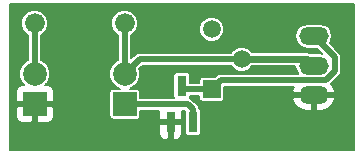
<source format=gbr>
G04 #@! TF.FileFunction,Copper,L2,Bot,Signal*
%FSLAX46Y46*%
G04 Gerber Fmt 4.6, Leading zero omitted, Abs format (unit mm)*
G04 Created by KiCad (PCBNEW 4.0.1-stable) date 2016/02/12 11:32:30*
%MOMM*%
G01*
G04 APERTURE LIST*
%ADD10C,0.100000*%
%ADD11R,2.000000X2.000000*%
%ADD12C,2.000000*%
%ADD13O,2.500000X1.500000*%
%ADD14R,0.800100X1.800860*%
%ADD15C,1.676400*%
%ADD16C,1.510000*%
%ADD17R,1.510000X1.510000*%
%ADD18C,0.500000*%
%ADD19C,0.600000*%
%ADD20C,0.200000*%
G04 APERTURE END LIST*
D10*
D11*
X129032000Y-95504000D03*
D12*
X129032000Y-92964000D03*
D11*
X136652000Y-95504000D03*
D12*
X136652000Y-92964000D03*
D13*
X152654000Y-94742000D03*
X152654000Y-92242000D03*
X152654000Y-89742000D03*
D14*
X142428000Y-97005140D03*
X140528000Y-97005140D03*
X141478000Y-94002860D03*
D15*
X136652000Y-88646000D03*
X129032000Y-88646000D03*
D16*
X144018000Y-89154000D03*
D17*
X144018000Y-94234000D03*
D16*
X146558000Y-91694000D03*
D18*
X129032000Y-95504000D02*
X129032000Y-98044000D01*
X129794000Y-98806000D02*
X140528000Y-98806000D01*
X129032000Y-98044000D02*
X129794000Y-98806000D01*
X140528000Y-98806000D02*
X151384000Y-98806000D01*
X152654000Y-97536000D02*
X152654000Y-94742000D01*
X151384000Y-98806000D02*
X152654000Y-97536000D01*
X140528000Y-97005140D02*
X140528000Y-98806000D01*
X129032000Y-88646000D02*
X129032000Y-92964000D01*
X136652000Y-95504000D02*
X138430000Y-95504000D01*
X142428000Y-95946000D02*
X141986000Y-95504000D01*
X141986000Y-95504000D02*
X138430000Y-95504000D01*
X142428000Y-95946000D02*
X142428000Y-97005140D01*
X146558000Y-91694000D02*
X137922000Y-91694000D01*
X137922000Y-91694000D02*
X136652000Y-92964000D01*
X136652000Y-88646000D02*
X136652000Y-92964000D01*
D19*
X146558000Y-91694000D02*
X152106000Y-91694000D01*
X152106000Y-91694000D02*
X152654000Y-92242000D01*
D18*
X144018000Y-94234000D02*
X141709140Y-94234000D01*
X141709140Y-94234000D02*
X141478000Y-94002860D01*
X152654000Y-89742000D02*
X154432000Y-91520000D01*
X144780000Y-93472000D02*
X144018000Y-94234000D01*
X153670000Y-93472000D02*
X144780000Y-93472000D01*
X154432000Y-92710000D02*
X153670000Y-93472000D01*
X154432000Y-91520000D02*
X154432000Y-92710000D01*
D19*
X143786860Y-94002860D02*
X144018000Y-94234000D01*
X144018000Y-94234000D02*
X143995140Y-94256860D01*
D20*
G36*
X156035000Y-99393000D02*
X126921000Y-99393000D01*
X126921000Y-97311140D01*
X139519950Y-97311140D01*
X139519950Y-98026508D01*
X139612512Y-98249974D01*
X139783545Y-98421007D01*
X140007011Y-98513570D01*
X140222000Y-98513570D01*
X140374000Y-98361570D01*
X140374000Y-97159140D01*
X140682000Y-97159140D01*
X140682000Y-98361570D01*
X140834000Y-98513570D01*
X141048989Y-98513570D01*
X141272455Y-98421007D01*
X141443488Y-98249974D01*
X141536050Y-98026508D01*
X141536050Y-97311140D01*
X141384050Y-97159140D01*
X140682000Y-97159140D01*
X140374000Y-97159140D01*
X139671950Y-97159140D01*
X139519950Y-97311140D01*
X126921000Y-97311140D01*
X126921000Y-95810000D01*
X127424000Y-95810000D01*
X127424000Y-96624938D01*
X127516562Y-96848404D01*
X127687595Y-97019437D01*
X127911061Y-97112000D01*
X128726000Y-97112000D01*
X128878000Y-96960000D01*
X128878000Y-95658000D01*
X129186000Y-95658000D01*
X129186000Y-96960000D01*
X129338000Y-97112000D01*
X130152939Y-97112000D01*
X130376405Y-97019437D01*
X130547438Y-96848404D01*
X130640000Y-96624938D01*
X130640000Y-95810000D01*
X130488000Y-95658000D01*
X129186000Y-95658000D01*
X128878000Y-95658000D01*
X127576000Y-95658000D01*
X127424000Y-95810000D01*
X126921000Y-95810000D01*
X126921000Y-94383062D01*
X127424000Y-94383062D01*
X127424000Y-95198000D01*
X127576000Y-95350000D01*
X128878000Y-95350000D01*
X128878000Y-95330000D01*
X129186000Y-95330000D01*
X129186000Y-95350000D01*
X130488000Y-95350000D01*
X130640000Y-95198000D01*
X130640000Y-94504000D01*
X135346123Y-94504000D01*
X135346123Y-96504000D01*
X135367042Y-96615173D01*
X135432745Y-96717279D01*
X135532997Y-96785778D01*
X135652000Y-96809877D01*
X137652000Y-96809877D01*
X137763173Y-96788958D01*
X137865279Y-96723255D01*
X137933778Y-96623003D01*
X137957877Y-96504000D01*
X137957877Y-96054000D01*
X139519950Y-96054000D01*
X139519950Y-96699140D01*
X139671950Y-96851140D01*
X140374000Y-96851140D01*
X140374000Y-96831140D01*
X140682000Y-96831140D01*
X140682000Y-96851140D01*
X141384050Y-96851140D01*
X141536050Y-96699140D01*
X141536050Y-96054000D01*
X141732342Y-96054000D01*
X141722073Y-96104710D01*
X141722073Y-97905570D01*
X141742992Y-98016743D01*
X141808695Y-98118849D01*
X141908947Y-98187348D01*
X142027950Y-98211447D01*
X142828050Y-98211447D01*
X142939223Y-98190528D01*
X143041329Y-98124825D01*
X143109828Y-98024573D01*
X143133927Y-97905570D01*
X143133927Y-96104710D01*
X143113008Y-95993537D01*
X143047305Y-95891431D01*
X142954538Y-95828046D01*
X142936134Y-95735524D01*
X142816909Y-95557091D01*
X142816906Y-95557089D01*
X142374909Y-95115091D01*
X142196476Y-94995866D01*
X142166391Y-94989882D01*
X142183927Y-94903290D01*
X142183927Y-94784000D01*
X142957123Y-94784000D01*
X142957123Y-94989000D01*
X142978042Y-95100173D01*
X143043745Y-95202279D01*
X143143997Y-95270778D01*
X143263000Y-95294877D01*
X144773000Y-95294877D01*
X144884173Y-95273958D01*
X144986279Y-95208255D01*
X145054778Y-95108003D01*
X145055351Y-95105172D01*
X150845462Y-95105172D01*
X151084854Y-95593356D01*
X151492038Y-95937695D01*
X152000000Y-96100000D01*
X152500000Y-96100000D01*
X152500000Y-94896000D01*
X152808000Y-94896000D01*
X152808000Y-96100000D01*
X153308000Y-96100000D01*
X153815962Y-95937695D01*
X154223146Y-95593356D01*
X154462538Y-95105172D01*
X154350127Y-94896000D01*
X152808000Y-94896000D01*
X152500000Y-94896000D01*
X150957873Y-94896000D01*
X150845462Y-95105172D01*
X145055351Y-95105172D01*
X145078877Y-94989000D01*
X145078877Y-94022000D01*
X151020441Y-94022000D01*
X150845462Y-94378828D01*
X150957873Y-94588000D01*
X152500000Y-94588000D01*
X152500000Y-94568000D01*
X152808000Y-94568000D01*
X152808000Y-94588000D01*
X154350127Y-94588000D01*
X154462538Y-94378828D01*
X154223146Y-93890644D01*
X154118050Y-93801768D01*
X154820909Y-93098909D01*
X154940134Y-92920476D01*
X154982001Y-92710000D01*
X154982000Y-92709995D01*
X154982000Y-91520005D01*
X154982001Y-91520000D01*
X154940134Y-91309524D01*
X154820909Y-91131091D01*
X154025944Y-90336126D01*
X154154440Y-90143818D01*
X154234366Y-89742000D01*
X154154440Y-89340182D01*
X153926828Y-88999538D01*
X153586184Y-88771926D01*
X153184366Y-88692000D01*
X152123634Y-88692000D01*
X151721816Y-88771926D01*
X151381172Y-88999538D01*
X151153560Y-89340182D01*
X151073634Y-89742000D01*
X151153560Y-90143818D01*
X151381172Y-90484462D01*
X151721816Y-90712074D01*
X152123634Y-90792000D01*
X152926182Y-90792000D01*
X153361395Y-91227213D01*
X153184366Y-91192000D01*
X152413924Y-91192000D01*
X152335610Y-91139672D01*
X152106000Y-91094000D01*
X147449742Y-91094000D01*
X147156390Y-90800136D01*
X146768773Y-90639183D01*
X146349068Y-90638817D01*
X145961171Y-90799093D01*
X145664136Y-91095610D01*
X145644043Y-91144000D01*
X137922000Y-91144000D01*
X137711524Y-91185866D01*
X137533091Y-91305091D01*
X137202000Y-91636182D01*
X137202000Y-89650279D01*
X137295896Y-89611482D01*
X137544881Y-89362932D01*
X142962817Y-89362932D01*
X143123093Y-89750829D01*
X143419610Y-90047864D01*
X143807227Y-90208817D01*
X144226932Y-90209183D01*
X144614829Y-90048907D01*
X144911864Y-89752390D01*
X145072817Y-89364773D01*
X145073183Y-88945068D01*
X144912907Y-88557171D01*
X144616390Y-88260136D01*
X144228773Y-88099183D01*
X143809068Y-88098817D01*
X143421171Y-88259093D01*
X143124136Y-88555610D01*
X142963183Y-88943227D01*
X142962817Y-89362932D01*
X137544881Y-89362932D01*
X137616357Y-89291581D01*
X137790002Y-88873395D01*
X137790397Y-88420591D01*
X137617482Y-88002104D01*
X137297581Y-87681643D01*
X136879395Y-87507998D01*
X136426591Y-87507603D01*
X136008104Y-87680518D01*
X135687643Y-88000419D01*
X135513998Y-88418605D01*
X135513603Y-88871409D01*
X135686518Y-89289896D01*
X136006419Y-89610357D01*
X136102000Y-89650045D01*
X136102000Y-91784653D01*
X135916571Y-91861271D01*
X135550556Y-92226647D01*
X135352226Y-92704279D01*
X135351774Y-93221452D01*
X135549271Y-93699429D01*
X135914647Y-94065444D01*
X136234174Y-94198123D01*
X135652000Y-94198123D01*
X135540827Y-94219042D01*
X135438721Y-94284745D01*
X135370222Y-94384997D01*
X135346123Y-94504000D01*
X130640000Y-94504000D01*
X130640000Y-94383062D01*
X130547438Y-94159596D01*
X130376405Y-93988563D01*
X130152939Y-93896000D01*
X129938457Y-93896000D01*
X130133444Y-93701353D01*
X130331774Y-93223721D01*
X130332226Y-92706548D01*
X130134729Y-92228571D01*
X129769353Y-91862556D01*
X129582000Y-91784760D01*
X129582000Y-89650279D01*
X129675896Y-89611482D01*
X129996357Y-89291581D01*
X130170002Y-88873395D01*
X130170397Y-88420591D01*
X129997482Y-88002104D01*
X129677581Y-87681643D01*
X129259395Y-87507998D01*
X128806591Y-87507603D01*
X128388104Y-87680518D01*
X128067643Y-88000419D01*
X127893998Y-88418605D01*
X127893603Y-88871409D01*
X128066518Y-89289896D01*
X128386419Y-89610357D01*
X128482000Y-89650045D01*
X128482000Y-91784653D01*
X128296571Y-91861271D01*
X127930556Y-92226647D01*
X127732226Y-92704279D01*
X127731774Y-93221452D01*
X127929271Y-93699429D01*
X128125499Y-93896000D01*
X127911061Y-93896000D01*
X127687595Y-93988563D01*
X127516562Y-94159596D01*
X127424000Y-94383062D01*
X126921000Y-94383062D01*
X126921000Y-87043000D01*
X156035000Y-87043000D01*
X156035000Y-99393000D01*
X156035000Y-99393000D01*
G37*
X156035000Y-99393000D02*
X126921000Y-99393000D01*
X126921000Y-97311140D01*
X139519950Y-97311140D01*
X139519950Y-98026508D01*
X139612512Y-98249974D01*
X139783545Y-98421007D01*
X140007011Y-98513570D01*
X140222000Y-98513570D01*
X140374000Y-98361570D01*
X140374000Y-97159140D01*
X140682000Y-97159140D01*
X140682000Y-98361570D01*
X140834000Y-98513570D01*
X141048989Y-98513570D01*
X141272455Y-98421007D01*
X141443488Y-98249974D01*
X141536050Y-98026508D01*
X141536050Y-97311140D01*
X141384050Y-97159140D01*
X140682000Y-97159140D01*
X140374000Y-97159140D01*
X139671950Y-97159140D01*
X139519950Y-97311140D01*
X126921000Y-97311140D01*
X126921000Y-95810000D01*
X127424000Y-95810000D01*
X127424000Y-96624938D01*
X127516562Y-96848404D01*
X127687595Y-97019437D01*
X127911061Y-97112000D01*
X128726000Y-97112000D01*
X128878000Y-96960000D01*
X128878000Y-95658000D01*
X129186000Y-95658000D01*
X129186000Y-96960000D01*
X129338000Y-97112000D01*
X130152939Y-97112000D01*
X130376405Y-97019437D01*
X130547438Y-96848404D01*
X130640000Y-96624938D01*
X130640000Y-95810000D01*
X130488000Y-95658000D01*
X129186000Y-95658000D01*
X128878000Y-95658000D01*
X127576000Y-95658000D01*
X127424000Y-95810000D01*
X126921000Y-95810000D01*
X126921000Y-94383062D01*
X127424000Y-94383062D01*
X127424000Y-95198000D01*
X127576000Y-95350000D01*
X128878000Y-95350000D01*
X128878000Y-95330000D01*
X129186000Y-95330000D01*
X129186000Y-95350000D01*
X130488000Y-95350000D01*
X130640000Y-95198000D01*
X130640000Y-94504000D01*
X135346123Y-94504000D01*
X135346123Y-96504000D01*
X135367042Y-96615173D01*
X135432745Y-96717279D01*
X135532997Y-96785778D01*
X135652000Y-96809877D01*
X137652000Y-96809877D01*
X137763173Y-96788958D01*
X137865279Y-96723255D01*
X137933778Y-96623003D01*
X137957877Y-96504000D01*
X137957877Y-96054000D01*
X139519950Y-96054000D01*
X139519950Y-96699140D01*
X139671950Y-96851140D01*
X140374000Y-96851140D01*
X140374000Y-96831140D01*
X140682000Y-96831140D01*
X140682000Y-96851140D01*
X141384050Y-96851140D01*
X141536050Y-96699140D01*
X141536050Y-96054000D01*
X141732342Y-96054000D01*
X141722073Y-96104710D01*
X141722073Y-97905570D01*
X141742992Y-98016743D01*
X141808695Y-98118849D01*
X141908947Y-98187348D01*
X142027950Y-98211447D01*
X142828050Y-98211447D01*
X142939223Y-98190528D01*
X143041329Y-98124825D01*
X143109828Y-98024573D01*
X143133927Y-97905570D01*
X143133927Y-96104710D01*
X143113008Y-95993537D01*
X143047305Y-95891431D01*
X142954538Y-95828046D01*
X142936134Y-95735524D01*
X142816909Y-95557091D01*
X142816906Y-95557089D01*
X142374909Y-95115091D01*
X142196476Y-94995866D01*
X142166391Y-94989882D01*
X142183927Y-94903290D01*
X142183927Y-94784000D01*
X142957123Y-94784000D01*
X142957123Y-94989000D01*
X142978042Y-95100173D01*
X143043745Y-95202279D01*
X143143997Y-95270778D01*
X143263000Y-95294877D01*
X144773000Y-95294877D01*
X144884173Y-95273958D01*
X144986279Y-95208255D01*
X145054778Y-95108003D01*
X145055351Y-95105172D01*
X150845462Y-95105172D01*
X151084854Y-95593356D01*
X151492038Y-95937695D01*
X152000000Y-96100000D01*
X152500000Y-96100000D01*
X152500000Y-94896000D01*
X152808000Y-94896000D01*
X152808000Y-96100000D01*
X153308000Y-96100000D01*
X153815962Y-95937695D01*
X154223146Y-95593356D01*
X154462538Y-95105172D01*
X154350127Y-94896000D01*
X152808000Y-94896000D01*
X152500000Y-94896000D01*
X150957873Y-94896000D01*
X150845462Y-95105172D01*
X145055351Y-95105172D01*
X145078877Y-94989000D01*
X145078877Y-94022000D01*
X151020441Y-94022000D01*
X150845462Y-94378828D01*
X150957873Y-94588000D01*
X152500000Y-94588000D01*
X152500000Y-94568000D01*
X152808000Y-94568000D01*
X152808000Y-94588000D01*
X154350127Y-94588000D01*
X154462538Y-94378828D01*
X154223146Y-93890644D01*
X154118050Y-93801768D01*
X154820909Y-93098909D01*
X154940134Y-92920476D01*
X154982001Y-92710000D01*
X154982000Y-92709995D01*
X154982000Y-91520005D01*
X154982001Y-91520000D01*
X154940134Y-91309524D01*
X154820909Y-91131091D01*
X154025944Y-90336126D01*
X154154440Y-90143818D01*
X154234366Y-89742000D01*
X154154440Y-89340182D01*
X153926828Y-88999538D01*
X153586184Y-88771926D01*
X153184366Y-88692000D01*
X152123634Y-88692000D01*
X151721816Y-88771926D01*
X151381172Y-88999538D01*
X151153560Y-89340182D01*
X151073634Y-89742000D01*
X151153560Y-90143818D01*
X151381172Y-90484462D01*
X151721816Y-90712074D01*
X152123634Y-90792000D01*
X152926182Y-90792000D01*
X153361395Y-91227213D01*
X153184366Y-91192000D01*
X152413924Y-91192000D01*
X152335610Y-91139672D01*
X152106000Y-91094000D01*
X147449742Y-91094000D01*
X147156390Y-90800136D01*
X146768773Y-90639183D01*
X146349068Y-90638817D01*
X145961171Y-90799093D01*
X145664136Y-91095610D01*
X145644043Y-91144000D01*
X137922000Y-91144000D01*
X137711524Y-91185866D01*
X137533091Y-91305091D01*
X137202000Y-91636182D01*
X137202000Y-89650279D01*
X137295896Y-89611482D01*
X137544881Y-89362932D01*
X142962817Y-89362932D01*
X143123093Y-89750829D01*
X143419610Y-90047864D01*
X143807227Y-90208817D01*
X144226932Y-90209183D01*
X144614829Y-90048907D01*
X144911864Y-89752390D01*
X145072817Y-89364773D01*
X145073183Y-88945068D01*
X144912907Y-88557171D01*
X144616390Y-88260136D01*
X144228773Y-88099183D01*
X143809068Y-88098817D01*
X143421171Y-88259093D01*
X143124136Y-88555610D01*
X142963183Y-88943227D01*
X142962817Y-89362932D01*
X137544881Y-89362932D01*
X137616357Y-89291581D01*
X137790002Y-88873395D01*
X137790397Y-88420591D01*
X137617482Y-88002104D01*
X137297581Y-87681643D01*
X136879395Y-87507998D01*
X136426591Y-87507603D01*
X136008104Y-87680518D01*
X135687643Y-88000419D01*
X135513998Y-88418605D01*
X135513603Y-88871409D01*
X135686518Y-89289896D01*
X136006419Y-89610357D01*
X136102000Y-89650045D01*
X136102000Y-91784653D01*
X135916571Y-91861271D01*
X135550556Y-92226647D01*
X135352226Y-92704279D01*
X135351774Y-93221452D01*
X135549271Y-93699429D01*
X135914647Y-94065444D01*
X136234174Y-94198123D01*
X135652000Y-94198123D01*
X135540827Y-94219042D01*
X135438721Y-94284745D01*
X135370222Y-94384997D01*
X135346123Y-94504000D01*
X130640000Y-94504000D01*
X130640000Y-94383062D01*
X130547438Y-94159596D01*
X130376405Y-93988563D01*
X130152939Y-93896000D01*
X129938457Y-93896000D01*
X130133444Y-93701353D01*
X130331774Y-93223721D01*
X130332226Y-92706548D01*
X130134729Y-92228571D01*
X129769353Y-91862556D01*
X129582000Y-91784760D01*
X129582000Y-89650279D01*
X129675896Y-89611482D01*
X129996357Y-89291581D01*
X130170002Y-88873395D01*
X130170397Y-88420591D01*
X129997482Y-88002104D01*
X129677581Y-87681643D01*
X129259395Y-87507998D01*
X128806591Y-87507603D01*
X128388104Y-87680518D01*
X128067643Y-88000419D01*
X127893998Y-88418605D01*
X127893603Y-88871409D01*
X128066518Y-89289896D01*
X128386419Y-89610357D01*
X128482000Y-89650045D01*
X128482000Y-91784653D01*
X128296571Y-91861271D01*
X127930556Y-92226647D01*
X127732226Y-92704279D01*
X127731774Y-93221452D01*
X127929271Y-93699429D01*
X128125499Y-93896000D01*
X127911061Y-93896000D01*
X127687595Y-93988563D01*
X127516562Y-94159596D01*
X127424000Y-94383062D01*
X126921000Y-94383062D01*
X126921000Y-87043000D01*
X156035000Y-87043000D01*
X156035000Y-99393000D01*
G36*
X145663093Y-92290829D02*
X145959610Y-92587864D01*
X146347227Y-92748817D01*
X146766932Y-92749183D01*
X147154829Y-92588907D01*
X147450251Y-92294000D01*
X151083977Y-92294000D01*
X151153560Y-92643818D01*
X151284000Y-92839034D01*
X151284000Y-92922000D01*
X144780005Y-92922000D01*
X144780000Y-92921999D01*
X144569524Y-92963866D01*
X144391091Y-93083091D01*
X144301059Y-93173123D01*
X143263000Y-93173123D01*
X143151827Y-93194042D01*
X143049721Y-93259745D01*
X142981222Y-93359997D01*
X142957123Y-93479000D01*
X142957123Y-93684000D01*
X142183927Y-93684000D01*
X142183927Y-93102430D01*
X142163008Y-92991257D01*
X142097305Y-92889151D01*
X141997053Y-92820652D01*
X141878050Y-92796553D01*
X141077950Y-92796553D01*
X140966777Y-92817472D01*
X140864671Y-92883175D01*
X140796172Y-92983427D01*
X140772073Y-93102430D01*
X140772073Y-94903290D01*
X140781615Y-94954000D01*
X137957877Y-94954000D01*
X137957877Y-94504000D01*
X137936958Y-94392827D01*
X137871255Y-94290721D01*
X137771003Y-94222222D01*
X137652000Y-94198123D01*
X137069433Y-94198123D01*
X137387429Y-94066729D01*
X137753444Y-93701353D01*
X137951774Y-93223721D01*
X137952226Y-92706548D01*
X137874757Y-92519061D01*
X138149818Y-92244000D01*
X145643744Y-92244000D01*
X145663093Y-92290829D01*
X145663093Y-92290829D01*
G37*
X145663093Y-92290829D02*
X145959610Y-92587864D01*
X146347227Y-92748817D01*
X146766932Y-92749183D01*
X147154829Y-92588907D01*
X147450251Y-92294000D01*
X151083977Y-92294000D01*
X151153560Y-92643818D01*
X151284000Y-92839034D01*
X151284000Y-92922000D01*
X144780005Y-92922000D01*
X144780000Y-92921999D01*
X144569524Y-92963866D01*
X144391091Y-93083091D01*
X144301059Y-93173123D01*
X143263000Y-93173123D01*
X143151827Y-93194042D01*
X143049721Y-93259745D01*
X142981222Y-93359997D01*
X142957123Y-93479000D01*
X142957123Y-93684000D01*
X142183927Y-93684000D01*
X142183927Y-93102430D01*
X142163008Y-92991257D01*
X142097305Y-92889151D01*
X141997053Y-92820652D01*
X141878050Y-92796553D01*
X141077950Y-92796553D01*
X140966777Y-92817472D01*
X140864671Y-92883175D01*
X140796172Y-92983427D01*
X140772073Y-93102430D01*
X140772073Y-94903290D01*
X140781615Y-94954000D01*
X137957877Y-94954000D01*
X137957877Y-94504000D01*
X137936958Y-94392827D01*
X137871255Y-94290721D01*
X137771003Y-94222222D01*
X137652000Y-94198123D01*
X137069433Y-94198123D01*
X137387429Y-94066729D01*
X137753444Y-93701353D01*
X137951774Y-93223721D01*
X137952226Y-92706548D01*
X137874757Y-92519061D01*
X138149818Y-92244000D01*
X145643744Y-92244000D01*
X145663093Y-92290829D01*
M02*

</source>
